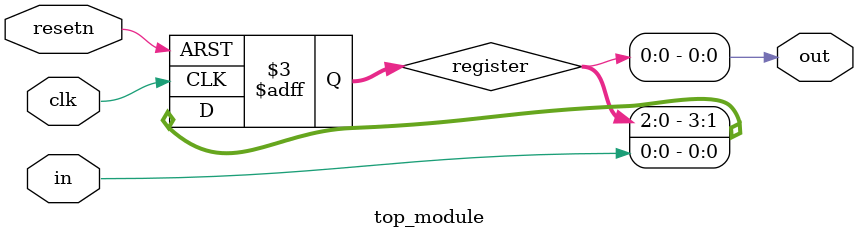
<source format=sv>
module top_module (
    input  clk,
    input  resetn,
    input  in,
    output out
);
    
    reg [3:0] register;

    always @(posedge clk or negedge resetn) begin
        if (!resetn)
            register <= 4'b0;
        else
            register <= {register[2:0], in};
    end

    assign out = register[0];

endmodule

</source>
